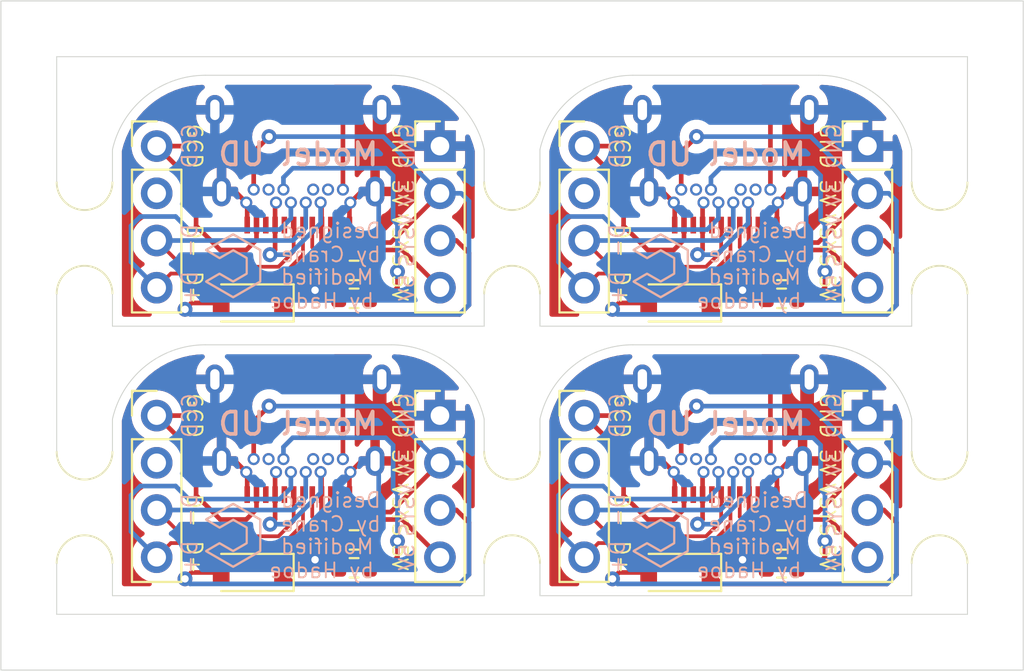
<source format=kicad_pcb>
(kicad_pcb (version 20211014) (generator pcbnew)
  (layers (0 "F.Cu" signal) (31 "B.Cu" signal) (34 "B.Paste" user) (35 "F.Paste" user) (36 "B.SilkS" user "B.Silkscreen") (37 "F.SilkS" user "F.Silkscreen") (38 "B.Mask" user) (39 "F.Mask" user) (44 "Edge.Cuts" user))
  (net 0 "")
  (net 1 "GND")
  (net 2 "3V3")
  (net 3 "VBUS")
  (net 4 "Net-(J1-PadA5)")
  (net 5 "D+")
  (net 6 "D-")
  (net 7 "Net-(J1-PadA8)")
  (net 8 "D3V")
  (net 9 "Net-(J1-PadB5)")
  (net 10 "Net-(J1-PadB8)")
  (net 11 "VSYS")
  (footprint "Resistor_SMD:R_0603_1608Metric" (layer "F.Cu") (at 76 69.75 180)
    (fp_text reference "RE" hide)
    (fp_text value "5.1k" hide)
  )
  (footprint "Diode_SMD:D_SOD-123" (layer "F.Cu") (at 70.5 70 180)
    (fp_text reference "D1" hide)
    (fp_text value "MBR120" hide)
  )
  (footprint "Panelization:mouse-bite-3mm-slot" (layer "F.Cu") (at 61.5 52 -90)
    (fp_text reference "mouse-bite-3mm-slot" hide)
    (fp_text value "VAL**" hide)
  )
  (footprint "Panelization:mouse-bite-3mm-slot-1-sided" (layer "F.Cu") (at 84.5 52 -90)
    (fp_text reference "mouse-bite-3mm-slot" hide)
    (fp_text value "VAL**" hide)
  )
  (footprint "Model_S:Shou Han Type-C 24P QCHT" (layer "F.Cu") (at 73 43.25 180)
    (fp_text reference "J1" hide)
    (fp_text value "USB_C_Receptacle")
  )
  (footprint "Diode_SMD:D_SOD-123" (layer "F.Cu") (at 47.5 55.5 180)
    (fp_text reference "D1" hide)
    (fp_text value "MBR120" hide)
  )
  (footprint "Panelization:mouse-bite-3mm-slot" (layer "F.Cu") (at 61.5 66.5 -90)
    (fp_text reference "mouse-bite-3mm-slot" hide)
    (fp_text value "VAL**" hide)
  )
  (footprint "Resistor_SMD:R_0603_1608Metric" (layer "F.Cu") (at 76 68.25 180)
    (fp_text reference "R1" hide)
    (fp_text value "5.1k" hide)
  )
  (footprint "Diode_SMD:D_SOD-123" (layer "F.Cu") (at 47.5 70 180)
    (fp_text reference "D1" hide)
    (fp_text value "MBR120" hide)
  )
  (footprint "Model_S:PinHeader_1x04_P2.54mm_Vertical" (layer "F.Cu") (at 65.38 61.56)
    (fp_text reference "J2" hide)
    (fp_text value "Conn_01x04" hide)
  )
  (footprint "Resistor_SMD:R_0603_1608Metric" (layer "F.Cu") (at 76 55.25 180)
    (fp_text reference "RE" hide)
    (fp_text value "5.1k" hide)
  )
  (footprint "Model_S:PinHeader_1x04_P2.54mm_Vertical" (layer "F.Cu") (at 65.38 47.06)
    (fp_text reference "J2" hide)
    (fp_text value "Conn_01x04" hide)
  )
  (footprint "Model_S:PinHeader_1x04_P2.54mm_Vertical" (layer "F.Cu") (at 57.62 61.56)
    (fp_text reference "J3" hide)
    (fp_text value "Conn_01x04" hide)
  )
  (footprint "Diode_SMD:D_SOD-123" (layer "F.Cu") (at 70.5 55.5 180)
    (fp_text reference "D1" hide)
    (fp_text value "MBR120" hide)
  )
  (footprint "Model_S:PinHeader_1x04_P2.54mm_Vertical" (layer "F.Cu") (at 80.62 47.06)
    (fp_text reference "J3" hide)
    (fp_text value "Conn_01x04" hide)
  )
  (footprint "Model_S:Shou Han Type-C 24P QCHT" (layer "F.Cu") (at 73 57.75 180)
    (fp_text reference "J1" hide)
    (fp_text value "USB_C_Receptacle")
  )
  (footprint "Model_S:PinHeader_1x04_P2.54mm_Vertical" (layer "F.Cu") (at 42.38 47.06)
    (fp_text reference "J2" hide)
    (fp_text value "Conn_01x04" hide)
  )
  (footprint "Model_S:Shou Han Type-C 24P QCHT" (layer "F.Cu") (at 50 43.25 180)
    (fp_text reference "J1" hide)
    (fp_text value "USB_C_Receptacle")
  )
  (footprint "Model_S:PinHeader_1x04_P2.54mm_Vertical" (layer "F.Cu") (at 42.38 61.56)
    (fp_text reference "J2" hide)
    (fp_text value "Conn_01x04" hide)
  )
  (footprint "Resistor_SMD:R_0603_1608Metric" (layer "F.Cu") (at 53 68.25 180)
    (fp_text reference "R1" hide)
    (fp_text value "5.1k" hide)
  )
  (footprint "Resistor_SMD:R_0603_1608Metric" (layer "F.Cu") (at 53 55.25 180)
    (fp_text reference "RE" hide)
    (fp_text value "5.1k" hide)
  )
  (footprint "Model_S:PinHeader_1x04_P2.54mm_Vertical" (layer "F.Cu") (at 80.62 61.56)
    (fp_text reference "J3" hide)
    (fp_text value "Conn_01x04" hide)
  )
  (footprint "Model_S:Shou Han Type-C 24P QCHT" (layer "F.Cu") (at 50 57.75 180)
    (fp_text reference "J1" hide)
    (fp_text value "USB_C_Receptacle")
  )
  (footprint "Panelization:mouse-bite-3mm-slot-1-sided" (layer "F.Cu") (at 38.5 52 90)
    (fp_text reference "mouse-bite-3mm-slot" hide)
    (fp_text value "VAL**" hide)
  )
  (footprint "Resistor_SMD:R_0603_1608Metric" (layer "F.Cu") (at 53 69.75 180)
    (fp_text reference "RE" hide)
    (fp_text value "5.1k" hide)
  )
  (footprint "Resistor_SMD:R_0603_1608Metric" (layer "F.Cu") (at 76 53.75 180)
    (fp_text reference "R1" hide)
    (fp_text value "5.1k" hide)
  )
  (footprint "Panelization:mouse-bite-3mm-slot-1-sided" (layer "F.Cu") (at 38.5 66.5 90)
    (fp_text reference "mouse-bite-3mm-slot" hide)
    (fp_text value "VAL**" hide)
  )
  (footprint "Panelization:mouse-bite-3mm-slot-1-sided" (layer "F.Cu") (at 84.5 66.5 -90)
    (fp_text reference "mouse-bite-3mm-slot" hide)
    (fp_text value "VAL**" hide)
  )
  (footprint "Resistor_SMD:R_0603_1608Metric" (layer "F.Cu") (at 53 53.75 180)
    (fp_text reference "R1" hide)
    (fp_text value "5.1k" hide)
  )
  (footprint "Model_S:PinHeader_1x04_P2.54mm_Vertical" (layer "F.Cu") (at 57.62 47.06)
    (fp_text reference "J3" hide)
    (fp_text value "Conn_01x04" hide)
  )
  (footprint "HTangl:Crane_C" (layer "B.Cu") (at 46.5 53.5 180)
    (fp_text reference "G***" hide)
    (fp_text value "LOGO" hide)
  )
  (footprint "HTangl:Crane_C" (layer "B.Cu") (at 46.5 68 180)
    (fp_text reference "G***" hide)
    (fp_text value "LOGO" hide)
  )
  (footprint "HTangl:Crane_C" (layer "B.Cu") (at 69.5 53.5 180)
    (fp_text reference "G***" hide)
    (fp_text value "LOGO" hide)
  )
  (footprint "HTangl:Crane_C" (layer "B.Cu") (at 69.5 68 180)
    (fp_text reference "G***" hide)
    (fp_text value "LOGO" hide)
  )
  (gr_arc (start 86 49) (mid 84.5 50.5) (end 83 49) (layer "Edge.Cuts") (width 0.05))
  (gr_line (start 37 55) (end 37 63.5) (layer "Edge.Cuts") (width 0.05))
  (gr_line (start 60 47.25) (end 60 49) (layer "Edge.Cuts") (width 0.05))
  (gr_line (start 45 57.75) (end 55 57.75) (layer "Edge.Cuts") (width 0.05))
  (gr_arc (start 40 47.25) (mid 41.79863 44.373288) (end 45 43.25) (layer "Edge.Cuts") (width 0.05))
  (gr_line (start 83 55) (end 83 56.75) (layer "Edge.Cuts") (width 0.05))
  (gr_arc (start 83 55) (mid 84.5 53.5) (end 86 55) (layer "Edge.Cuts") (width 0.05))
  (gr_line (start 60 71.25) (end 40 71.25) (layer "Edge.Cuts") (width 0.05))
  (gr_line (start 83 56.75) (end 63 56.75) (layer "Edge.Cuts") (width 0.05))
  (gr_arc (start 63 49) (mid 61.5 50.5) (end 60 49) (layer "Edge.Cuts") (width 0.05))
  (gr_line (start 60 56.75) (end 60 55) (layer "Edge.Cuts") (width 0.05))
  (gr_line (start 83 71.25) (end 63 71.25) (layer "Edge.Cuts") (width 0.05))
  (gr_line (start 40 55) (end 40 56.75) (layer "Edge.Cuts") (width 0.05))
  (gr_line (start 63 69.5) (end 63 71.25) (layer "Edge.Cuts") (width 0.05))
  (gr_line (start 60 63.5) (end 60 61.75) (layer "Edge.Cuts") (width 0.05))
  (gr_line (start 40 49) (end 40 47.25) (layer "Edge.Cuts") (width 0.05))
  (gr_arc (start 78 43.25) (mid 81.201369 44.373288) (end 83 47.25) (layer "Edge.Cuts") (width 0.05))
  (gr_arc (start 60 55) (mid 61.5 53.5) (end 63 55) (layer "Edge.Cuts") (width 0.05))
  (gr_line (start 86 42.25) (end 37 42.25) (layer "Edge.Cuts") (width 0.05))
  (gr_line (start 68 57.75) (end 78 57.75) (layer "Edge.Cuts") (width 0.05))
  (gr_arc (start 63 47.25) (mid 64.79863 44.373288) (end 68 43.25) (layer "Edge.Cuts") (width 0.05))
  (gr_line (start 63 55) (end 63 56.75) (layer "Edge.Cuts") (width 0.05))
  (gr_line (start 40 61.75) (end 40 63.5) (layer "Edge.Cuts") (width 0.05))
  (gr_arc (start 78 57.75) (mid 81.201369 58.873288) (end 83 61.75) (layer "Edge.Cuts") (width 0.05))
  (gr_arc (start 55 43.25) (mid 58.201369 44.373288) (end 60 47.25) (layer "Edge.Cuts") (width 0.05))
  (gr_line (start 63 61.75) (end 63 63.5) (layer "Edge.Cuts") (width 0.05))
  (gr_line (start 60 56.75) (end 40 56.75) (layer "Edge.Cuts") (width 0.05))
  (gr_line (start 37 69.5) (end 37 72.25) (layer "Edge.Cuts") (width 0.05))
  (gr_arc (start 63 61.75) (mid 64.79863 58.873288) (end 68 57.75) (layer "Edge.Cuts") (width 0.05))
  (gr_line (start 60 69.5) (end 60 71.25) (layer "Edge.Cuts") (width 0.05))
  (gr_line (start 86 49) (end 86 42.25) (layer "Edge.Cuts") (width 0.05))
  (gr_arc (start 37 69.5) (mid 38.5 68) (end 40 69.5) (layer "Edge.Cuts") (width 0.05))
  (gr_arc (start 40 61.75) (mid 41.79863 58.873288) (end 45 57.75) (layer "Edge.Cuts") (width 0.05))
  (gr_arc (start 37 55) (mid 38.5 53.5) (end 40 55) (layer "Edge.Cuts") (width 0.05))
  (gr_arc (start 63 63.5) (mid 61.5 65) (end 60 63.5) (layer "Edge.Cuts") (width 0.05))
  (gr_arc (start 40 63.5) (mid 38.5 65) (end 37 63.5) (layer "Edge.Cuts") (width 0.05))
  (gr_line (start 86 69.5) (end 86 72.25) (layer "Edge.Cuts") (width 0.05))
  (gr_line (start 37 42.25) (end 37 49) (layer "Edge.Cuts") (width 0.05))
  (gr_line (start 86 63.5) (end 86 55) (layer "Edge.Cuts") (width 0.05))
  (gr_line (start 63 47.25) (end 63 49) (layer "Edge.Cuts") (width 0.05))
  (gr_line (start 40 69.5) (end 40 71.25) (layer "Edge.Cuts") (width 0.05))
  (gr_line (start 83 63.5) (end 83 61.75) (layer "Edge.Cuts") (width 0.05))
  (gr_arc (start 60 69.5) (mid 61.5 68) (end 63 69.5) (layer "Edge.Cuts") (width 0.05))
  (gr_arc (start 55 57.75) (mid 58.201369 58.873288) (end 60 61.75) (layer "Edge.Cuts") (width 0.05))
  (gr_rect (start 34 39.25) (end 89 75.25) (layer "Edge.Cuts") (width 0.05) (fill none))
  (gr_arc (start 83 69.5) (mid 84.5 68) (end 86 69.5) (layer "Edge.Cuts") (width 0.05))
  (gr_line (start 83 69.5) (end 83 71.25) (layer "Edge.Cuts") (width 0.05))
  (gr_arc (start 40 49) (mid 38.5 50.5) (end 37 49) (layer "Edge.Cuts") (width 0.05))
  (gr_arc (start 86 63.5) (mid 84.5 65) (end 83 63.5) (layer "Edge.Cuts") (width 0.05))
  (gr_line (start 37 72.25) (end 86 72.25) (layer "Edge.Cuts") (width 0.05))
  (gr_line (start 83 49) (end 83 47.25) (layer "Edge.Cuts") (width 0.05))
  (gr_line (start 45 43.25) (end 55 43.25) (layer "Edge.Cuts") (width 0.05))
  (gr_line (start 68 43.25) (end 78 43.25) (layer "Edge.Cuts") (width 0.05))
  (gr_text "D-" (at 67.158 52.14 90) (layer "B.SilkS") (effects (font (size 0.8 0.8) (thickness 0.1)) (justify mirror)))
  (gr_text "VSYS\n" (at 78.842 52.14 90) (layer "B.SilkS") (effects (font (size 0.8 0.8) (thickness 0.1)) (justify mirror)))
  (gr_text "5V\n" (at 78.842 69.18 90) (layer "B.SilkS") (effects (font (size 0.8 0.8) (thickness 0.1)) (justify mirror)))
  (gr_text "5V\n" (at 55.842 54.68 90) (layer "B.SilkS") (effects (font (size 0.8 0.8) (thickness 0.1)) (justify mirror)))
  (gr_text "Model UD" (at 73 47.5) (layer "B.SilkS") (effects (font (size 1.2 1.2) (thickness 0.2)) (justify mirror)))
  (gr_text "VSYS\n" (at 55.842 52.14 90) (layer "B.SilkS") (effects (font (size 0.8 0.8) (thickness 0.1)) (justify mirror)))
  (gr_text "GND" (at 78.842 47.06 90) (layer "B.SilkS") (effects (font (size 0.8 0.8) (thickness 0.1)) (justify mirror)))
  (gr_text "Modified \nby Hadoe" (at 51.25 54.75) (layer "B.SilkS") (effects (font (size 0.8 0.8) (thickness 0.1)) (justify mirror)))
  (gr_text "Modified \nby Hadoe" (at 51.25 69.25) (layer "B.SilkS") (effects (font (size 0.8 0.8) (thickness 0.1)) (justify mirror)))
  (gr_text "3V" (at 78.842 49.6 90) (layer "B.SilkS") (effects (font (size 0.8 0.8) (thickness 0.1)) (justify mirror)))
  (gr_text "D+" (at 44.158 69.18 -270) (layer "B.SilkS") (effects (font (size 0.8 0.8) (thickness 0.1)) (justify mirror)))
  (gr_text "GND" (at 55.842 61.56 90) (layer "B.SilkS") (effects (font (size 0.8 0.8) (thickness 0.1)) (justify mirror)))
  (gr_text "5V\n" (at 55.842 69.18 90) (layer "B.SilkS") (effects (font (size 0.8 0.8) (thickness 0.1)) (justify mirror)))
  (gr_text "3V" (at 55.842 49.6 90) (layer "B.SilkS") (effects (font (size 0.8 0.8) (thickness 0.1)) (justify mirror)))
  (gr_text "GND" (at 55.842 47.06 90) (layer "B.SilkS") (effects (font (size 0.8 0.8) (thickness 0.1)) (justify mirror)))
  (gr_text "Modified \nby Hadoe" (at 74.25 54.75) (layer "B.SilkS") (effects (font (size 0.8 0.8) (thickness 0.1)) (justify mirror)))
  (gr_text "D+" (at 67.158 69.18 -270) (layer "B.SilkS") (effects (font (size 0.8 0.8) (thickness 0.1)) (justify mirror)))
  (gr_text "D-" (at 44.158 52.14 90) (layer "B.SilkS") (effects (font (size 0.8 0.8) (thickness 0.1)) (justify mirror)))
  (gr_text "Designed\nby Crane" (at 74.75 52.25) (layer "B.SilkS") (effects (font (size 0.8 0.8) (thickness 0.1)) (justify mirror)))
  (gr_text "Designed\nby Crane" (at 51.75 52.25) (layer "B.SilkS") (effects (font (size 0.8 0.8) (thickness 0.1)) (justify mirror)))
  (gr_text "Model UD" (at 73 62) (layer "B.SilkS") (effects (font (size 1.2 1.2) (thickness 0.2)) (justify mirror)))
  (gr_text "GCD" (at 44.158 47.06 90) (layer "B.SilkS") (effects (font (size 0.8 0.8) (thickness 0.1)) (justify mirror)))
  (gr_text "Designed\nby Crane" (at 74.75 66.75) (layer "B.SilkS") (effects (font (size 0.8 0.8) (thickness 0.1)) (justify mirror)))
  (gr_text "Model UD" (at 50 47.5) (layer "B.SilkS") (effects (font (size 1.2 1.2) (thickness 0.2)) (justify mirror)))
  (gr_text "D-" (at 44.158 66.64 90) (layer "B.SilkS") (effects (font (size 0.8 0.8) (thickness 0.1)) (justify mirror)))
  (gr_text "3V" (at 78.842 64.1 90) (layer "B.SilkS") (effects (font (size 0.8 0.8) (thickness 0.1)) (justify mirror)))
  (gr_text "Designed\nby Crane" (at 51.75 66.75) (layer "B.SilkS") (effects (font (size 0.8 0.8) (thickness 0.1)) (justify mirror)))
  (gr_text "D+" (at 44.158 54.68 -270) (layer "B.SilkS") (effects (font (size 0.8 0.8) (thickness 0.1)) (justify mirror)))
  (gr_text "D+" (at 67.158 54.68 -270) (layer "B.SilkS") (effects (font (size 0.8 0.8) (thickness 0.1)) (justify mirror)))
  (gr_text "GCD" (at 44.158 61.56 90) (layer "B.SilkS") (effects (font (size 0.8 0.8) (thickness 0.1)) (justify mirror)))
  (gr_text "5V\n" (at 78.842 54.68 90) (layer "B.SilkS") (effects (font (size 0.8 0.8) (thickness 0.1)) (justify mirror)))
  (gr_text "VSYS\n" (at 78.842 66.64 90) (layer "B.SilkS") (effects (font (size 0.8 0.8) (thickness 0.1)) (justify mirror)))
  (gr_text "GCD" (at 67.158 61.56 90) (layer "B.SilkS") (effects (font (size 0.8 0.8) (thickness 0.1)) (justify mirror)))
  (gr_text "GND" (at 78.842 61.56 90) (layer "B.SilkS") (effects (font (size 0.8 0.8) (thickness 0.1)) (justify mirror)))
  (gr_text "Modified \nby Hadoe" (at 74.25 69.25) (layer "B.SilkS") (effects (font (size 0.8 0.8) (thickness 0.1)) (justify mirror)))
  (gr_text "VSYS\n" (at 55.842 66.64 90) (layer "B.SilkS") (effects (font (size 0.8 0.8) (thickness 0.1)) (justify mirror)))
  (gr_text "Model UD" (at 50 62) (layer "B.SilkS") (effects (font (size 1.2 1.2) (thickness 0.2)) (justify mirror)))
  (gr_text "D-" (at 67.158 66.64 90) (layer "B.SilkS") (effects (font (size 0.8 0.8) (thickness 0.1)) (justify mirror)))
  (gr_text "3V" (at 55.842 64.1 90) (layer "B.SilkS") (effects (font (size 0.8 0.8) (thickness 0.1)) (justify mirror)))
  (gr_text "GCD" (at 67.158 47.06 90) (layer "B.SilkS") (effects (font (size 0.8 0.8) (thickness 0.1)) (justify mirror)))
  (gr_text "VSYS\n" (at 78.461 66.64 -90) (layer "F.SilkS") (effects (font (size 0.8 0.8) (thickness 0.1))))
  (gr_text "5V\n" (at 55.461 69.18 -90) (layer "F.SilkS") (effects (font (size 0.8 0.8) (thickness 0.1))))
  (gr_text "GCD" (at 67.412 47.06 270) (layer "F.SilkS") (effects (font (size 0.8 0.8) (thickness 0.1))))
  (gr_text "D-" (at 67.412 66.67 270) (layer "F.SilkS") (effects (font (size 0.8 0.8) (thickness 0.1))))
  (gr_text "D-" (at 67.412 52.17 270) (layer "F.SilkS") (effects (font (size 0.8 0.8) (thickness 0.1))))
  (gr_text "3V" (at 55.461 64.1 -90) (layer "F.SilkS") (effects (font (size 0.8 0.8) (thickness 0.1))))
  (gr_text "GND" (at 55.461 61.56 -90) (layer "F.SilkS") (effects (font (size 0.8 0.8) (thickness 0.1))))
  (gr_text "D+" (at 44.412 69.18 270) (layer "F.SilkS") (effects (font (size 0.8 0.8) (thickness 0.1))))
  (gr_text "VSYS\n" (at 55.461 52.14 -90) (layer "F.SilkS") (effects (font (size 0.8 0.8) (thickness 0.1))))
  (gr_text "D+" (at 67.412 69.18 270) (layer "F.SilkS") (effects (font (size 0.8 0.8) (thickness 0.1))))
  (gr_text "D+" (at 44.412 54.68 270) (layer "F.SilkS") (effects (font (size 0.8 0.8) (thickness 0.1))))
  (gr_text "GND" (at 55.461 47.06 -90) (layer "F.SilkS") (effects (font (size 0.8 0.8) (thickness 0.1))))
  (gr_text "VSYS\n" (at 78.461 52.14 -90) (layer "F.SilkS") (effects (font (size 0.8 0.8) (thickness 0.1))))
  (gr_text "3V" (at 78.461 49.6 -90) (layer "F.SilkS") (effects (font (size 0.8 0.8) (thickness 0.1))))
  (gr_text "D-" (at 44.412 52.17 270) (layer "F.SilkS") (effects (font (size 0.8 0.8) (thickness 0.1))))
  (gr_text "5V\n" (at 78.461 54.68 -90) (layer "F.SilkS") (effects (font (size 0.8 0.8) (thickness 0.1))))
  (gr_text "5V\n" (at 55.461 54.68 -90) (layer "F.SilkS") (effects (font (size 0.8 0.8) (thickness 0.1))))
  (gr_text "VSYS\n" (at 55.461 66.64 -90) (layer "F.SilkS") (effects (font (size 0.8 0.8) (thickness 0.1))))
  (gr_text "GND" (at 78.461 61.56 -90) (layer "F.SilkS") (effects (font (size 0.8 0.8) (thickness 0.1))))
  (gr_text "GCD" (at 44.412 61.56 270) (layer "F.SilkS") (effects (font (size 0.8 0.8) (thickness 0.1))))
  (gr_text "5V\n" (at 78.461 69.18 -90) (layer "F.SilkS") (effects (font (size 0.8 0.8) (thickness 0.1))))
  (gr_text "D-" (at 44.412 66.67 270) (layer "F.SilkS") (effects (font (size 0.8 0.8) (thickness 0.1))))
  (gr_text "3V" (at 78.461 64.1 -90) (layer "F.SilkS") (effects (font (size 0.8 0.8) (thickness 0.1))))
  (gr_text "3V" (at 55.461 49.6 -90) (layer "F.SilkS") (effects (font (size 0.8 0.8) (thickness 0.1))))
  (gr_text "GCD" (at 67.412 61.56 270) (layer "F.SilkS") (effects (font (size 0.8 0.8) (thickness 0.1))))
  (gr_text "GCD" (at 44.412 47.06 270) (layer "F.SilkS") (effects (font (size 0.8 0.8) (thickness 0.1))))
  (gr_text "GND" (at 78.461 47.06 -90) (layer "F.SilkS") (effects (font (size 0.8 0.8) (thickness 0.1))))
  (gr_text "D+" (at 67.412 54.68 270) (layer "F.SilkS") (effects (font (size 0.8 0.8) (thickness 0.1))))
  (segment (start 75.325 69.75) (end 76.825 68.25) (width 0.25) (layer "F.Cu") (net 1))
  (segment (start 76.4 49.5) (end 75.8 50.1) (width 0.25) (layer "F.Cu") (net 1))
  (segment (start 68.87 64) (end 69.6 64) (width 0.25) (layer "F.Cu") (net 1))
  (segment (start 75.175 55.25) (end 74.336 55.25) (width 0.25) (layer "F.Cu") (net 1))
  (segment (start 54.13 49.5) (end 53.4 49.5) (width 0.25) (layer "F.Cu") (net 1))
  (segment (start 54.13 45.47) (end 54.49 45.11) (width 0.25) (layer "F.Cu") (net 1))
  (segment (start 52.75 65.81) (end 52.75 64.65) (width 0.25) (layer "F.Cu") (net 1))
  (segment (start 75.175 69.75) (end 75.325 69.75) (width 0.25) (layer "F.Cu") (net 1))
  (segment (start 75.75 50.15) (end 75.8 50.1) (width 0.25) (layer "F.Cu") (net 1))
  (segment (start 47.25 64.65) (end 47.2 64.6) (width 0.25) (layer "F.Cu") (net 1))
  (segment (start 70.25 50.15) (end 70.2 50.1) (width 0.25) (layer "F.Cu") (net 1))
  (segment (start 69.6 64) (end 70.2 64.6) (width 0.25) (layer "F.Cu") (net 1))
  (segment (start 70.25 51.31) (end 70.25 50.15) (width 0.25) (layer "F.Cu") (net 1))
  (segment (start 52.175 69.75) (end 51.336 69.75) (width 0.25) (layer "F.Cu") (net 1))
  (segment (start 77.13 64) (end 77.13 59.97) (width 0.25) (layer "F.Cu") (net 1))
  (segment (start 54.13 49.5) (end 54.13 45.47) (width 0.25) (layer "F.Cu") (net 1))
  (segment (start 51.336 55.25) (end 50.9 54.814) (width 0.25) (layer "F.Cu") (net 1))
  (segment (start 74.336 69.75) (end 73.9 69.314) (width 0.25) (layer "F.Cu") (net 1))
  (segment (start 46.6 49.5) (end 47.2 50.1) (width 0.25) (layer "F.Cu") (net 1))
  (segment (start 75.75 64.65) (end 75.8 64.6) (width 0.25) (layer "F.Cu") (net 1))
  (segment (start 52.175 55.25) (end 51.336 55.25) (width 0.25) (layer "F.Cu") (net 1))
  (segment (start 46.6 64) (end 47.2 64.6) (width 0.25) (layer "F.Cu") (net 1))
  (segment (start 75.75 51.31) (end 75.75 50.15) (width 0.25) (layer "F.Cu") (net 1))
  (segment (start 52.175 69.75) (end 52.325 69.75) (width 0.25) (layer "F.Cu") (net 1))
  (segment (start 52.325 55.25) (end 53.825 53.75) (width 0.25) (layer "F.Cu") (net 1))
  (segment (start 75.175 69.75) (end 74.336 69.75) (width 0.25) (layer "F.Cu") (net 1))
  (segment (start 75.325 55.25) (end 76.825 53.75) (width 0.25) (layer "F.Cu") (net 1))
  (segment (start 52.175 55.25) (end 52.325 55.25) (width 0.25) (layer "F.Cu") (net 1))
  (segment (start 47.25 51.31) (end 47.25 50.15) (width 0.25) (layer "F.Cu") (net 1))
  (segment (start 77.13 45.47) (end 77.49 45.11) (width 0.25) (layer "F.Cu") (net 1))
  (segment (start 51.336 69.75) (end 50.9 69.314) (width 0.25) (layer "F.Cu") (net 1))
  (segment (start 47.25 50.15) (end 47.2 50.1) (width 0.25) (layer "F.Cu") (net 1))
  (segment (start 53.4 64) (end 52.8 64.6) (width 0.25) (layer "F.Cu") (net 1))
  (segment (start 53.4 49.5) (end 52.8 50.1) (width 0.25) (layer "F.Cu") (net 1))
  (segment (start 52.325 69.75) (end 53.825 68.25) (width 0.25) (layer "F.Cu") (net 1))
  (segment (start 52.75 50.15) (end 52.8 50.1) (width 0.25) (layer "F.Cu") (net 1))
  (segment (start 54.13 64) (end 53.4 64) (width 0.25) (layer "F.Cu") (net 1))
  (segment (start 77.13 64) (end 76.4 64) (width 0.25) (layer "F.Cu") (net 1))
  (segment (start 75.175 55.25) (end 75.325 55.25) (width 0.25) (layer "F.Cu") (net 1))
  (segment (start 76.4 64) (end 75.8 64.6) (width 0.25) (layer "F.Cu") (net 1))
  (segment (start 52.75 51.31) (end 52.75 50.15) (width 0.25) (layer "F.Cu") (net 1))
  (segment (start 68.87 49.5) (end 69.6 49.5) (width 0.25) (layer "F.Cu") (net 1))
  (segment (start 74.336 55.25) (end 73.9 54.814) (width 0.25) (layer "F.Cu") (net 1))
  (segment (start 70.25 65.81) (end 70.25 64.65) (width 0.25) (layer "F.Cu") (net 1))
  (segment (start 45.87 64) (end 46.6 64) (width 0.25) (layer "F.Cu") (net 1))
  (segment (start 45.87 49.5) (end 46.6 49.5) (width 0.25) (layer "F.Cu") (net 1))
  (segment (start 54.13 64) (end 54.13 59.97) (width 0.25) (layer "F.Cu") (net 1))
  (segment (start 70.25 64.65) (end 70.2 64.6) (width 0.25) (layer "F.Cu") (net 1))
  (segment (start 52.75 64.65) (end 52.8 64.6) (width 0.25) (layer "F.Cu") (net 1))
  (segment (start 47.25 65.81) (end 47.25 64.65) (width 0.25) (layer "F.Cu") (net 1))
  (segment (start 77.13 49.5) (end 77.13 45.47) (width 0.25) (layer "F.Cu") (net 1))
  (segment (start 77.13 59.97) (end 77.49 59.61) (width 0.25) (layer "F.Cu") (net 1))
  (segment (start 77.13 49.5) (end 76.4 49.5) (width 0.25) (layer "F.Cu") (net 1))
  (segment (start 75.75 65.81) (end 75.75 64.65) (width 0.25) (layer "F.Cu") (net 1))
  (segment (start 69.6 49.5) (end 70.2 50.1) (width 0.25) (layer "F.Cu") (net 1))
  (segment (start 54.13 59.97) (end 54.49 59.61) (width 0.25) (layer "F.Cu") (net 1))
  (via (at 50.9 54.814) (size 0.8) (drill 0.4) (layers "F.Cu" "B.Cu") (net 1))
  (via (at 73.9 54.814) (size 0.8) (drill 0.4) (layers "F.Cu" "B.Cu") (net 1))
  (via (at 73.9 69.314) (size 0.8) (drill 0.4) (layers "F.Cu" "B.Cu") (net 1))
  (via (at 50.9 69.314) (size 0.8) (drill 0.4) (layers "F.Cu" "B.Cu") (net 1))
  (segment (start 45.87 61.32) (end 45.87 64) (width 0.25) (layer "B.Cu") (net 1))
  (segment (start 75.66 69.314) (end 77.324521 67.649479) (width 0.25) (layer "B.Cu") (net 1))
  (segment (start 77.324521 67.649479) (end 77.324521 64.194521) (width 0.25) (layer "B.Cu") (net 1))
  (segment (start 68.51 59.61) (end 68.51 60.96) (width 0.25) (layer "B.Cu") (net 1))
  (segment (start 73.9 54.814) (end 75.66 54.814) (width 0.25) (layer "B.Cu") (net 1))
  (segment (start 54.324521 53.149479) (end 54.324521 49.694521) (width 0.25) (layer "B.Cu") (net 1))
  (segment (start 68.51 60.96) (end 68.87 61.32) (width 0.25) (layer "B.Cu") (net 1))
  (segment (start 73.9 69.314) (end 75.66 69.314) (width 0.25) (layer "B.Cu") (net 1))
  (segment (start 77.324521 49.694521) (end 77.13 49.5) (width 0.25) (layer "B.Cu") (net 1))
  (segment (start 54.324521 49.694521) (end 54.13 49.5) (width 0.25) (layer "B.Cu") (net 1))
  (segment (start 45.51 59.61) (end 45.51 60.96) (width 0.25) (layer "B.Cu") (net 1))
  (segment (start 77.324521 64.194521) (end 77.13 64) (width 0.25) (layer "B.Cu") (net 1))
  (segment (start 54.324521 67.649479) (end 54.324521 64.194521) (width 0.25) (layer "B.Cu") (net 1))
  (segment (start 45.51 46.46) (end 45.87 46.82) (width 0.25) (layer "B.Cu") (net 1))
  (segment (start 45.87 46.82) (end 45.87 49.5) (width 0.25) (layer "B.Cu") (net 1))
  (segment (start 50.9 54.814) (end 52.66 54.814) (width 0.25) (layer "B.Cu") (net 1))
  (segment (start 77.324521 53.149479) (end 77.324521 49.694521) (width 0.25) (layer "B.Cu") (net 1))
  (segment (start 45.51 60.96) (end 45.87 61.32) (width 0.25) (layer "B.Cu") (net 1))
  (segment (start 52.66 54.814) (end 54.324521 53.149479) (width 0.25) (layer "B.Cu") (net 1))
  (segment (start 50.9 69.314) (end 52.66 69.314) (width 0.25) (layer "B.Cu") (net 1))
  (segment (start 68.51 45.11) (end 68.51 46.46) (width 0.25) (layer "B.Cu") (net 1))
  (segment (start 45.51 45.11) (end 45.51 46.46) (width 0.25) (layer "B.Cu") (net 1))
  (segment (start 54.324521 64.194521) (end 54.13 64) (width 0.25) (layer "B.Cu") (net 1))
  (segment (start 68.51 46.46) (end 68.87 46.82) (width 0.25) (layer "B.Cu") (net 1))
  (segment (start 68.87 61.32) (end 68.87 64) (width 0.25) (layer "B.Cu") (net 1))
  (segment (start 75.66 54.814) (end 77.324521 53.149479) (width 0.25) (layer "B.Cu") (net 1))
  (segment (start 68.87 46.82) (end 68.87 49.5) (width 0.25) (layer "B.Cu") (net 1))
  (segment (start 52.66 69.314) (end 54.324521 67.649479) (width 0.25) (layer "B.Cu") (net 1))
  (segment (start 57.62 49.6) (end 54.97 52.25) (width 0.25) (layer "F.Cu") (net 2))
  (segment (start 80.62 49.6) (end 77.97 52.25) (width 0.25) (layer "F.Cu") (net 2))
  (segment (start 57.62 64.1) (end 54.97 66.75) (width 0.25) (layer "F.Cu") (net 2))
  (segment (start 44.246 70) (end 43.904 70.342) (width 0.25) (layer "F.Cu") (net 2))
  (segment (start 75.25 66.5) (end 75.25 65.81) (width 0.25) (layer "F.Cu") (net 2))
  (segment (start 54.97 66.75) (end 52.5 66.75) (width 0.25) (layer "F.Cu") (net 2))
  (segment (start 52.5 66.75) (end 52.25 66.5) (width 0.25) (layer "F.Cu") (net 2))
  (segment (start 70.6 49.4) (end 70.6 47.375782) (width 0.25) (layer "F.Cu") (net 2))
  (segment (start 75.25 52) (end 75.25 51.31) (width 0.25) (layer "F.Cu") (net 2))
  (segment (start 52.25 66.5) (end 52.25 65.81) (width 0.25) (layer "F.Cu") (net 2))
  (segment (start 67.246 70) (end 66.904 70.342) (width 0.25) (layer "F.Cu") (net 2))
  (segment (start 44.246 55.5) (end 43.904 55.842) (width 0.25) (layer "F.Cu") (net 2))
  (segment (start 68.85 70) (end 67.246 70) (width 0.25) (layer "F.Cu") (net 2))
  (segment (start 47.6 63.9) (end 47.6 61.875782) (width 0.25) (layer "F.Cu") (net 2))
  (segment (start 80.62 64.1) (end 77.97 66.75) (width 0.25) (layer "F.Cu") (net 2))
  (segment (start 54.97 52.25) (end 52.5 52.25) (width 0.25) (layer "F.Cu") (net 2))
  (segment (start 77.97 66.75) (end 75.5 66.75) (width 0.25) (layer "F.Cu") (net 2))
  (segment (start 45.85 55.5) (end 44.246 55.5) (width 0.25) (layer "F.Cu") (net 2))
  (segment (start 45.85 70) (end 44.246 70) (width 0.25) (layer "F.Cu") (net 2))
  (segment (start 77.97 52.25) (end 75.5 52.25) (width 0.25) (layer "F.Cu") (net 2))
  (segment (start 52.25 52) (end 52.25 51.31) (width 0.25) (layer "F.Cu") (net 2))
  (segment (start 70.6 63.9) (end 70.6 61.875782) (width 0.25) (layer "F.Cu") (net 2))
  (segment (start 70.6 47.375782) (end 71.425782 46.55) (width 0.25) (layer "F.Cu") (net 2))
  (segment (start 68.85 55.5) (end 67.246 55.5) (width 0.25) (layer "F.Cu") (net 2))
  (segment (start 47.6 61.875782) (end 48.425782 61.05) (width 0.25) (layer "F.Cu") (net 2))
  (segment (start 75.5 66.75) (end 75.25 66.5) (width 0.25) (layer "F.Cu") (net 2))
  (segment (start 70.6 61.875782) (end 71.425782 61.05) (width 0.25) (layer "F.Cu") (net 2))
  (segment (start 47.6 49.4) (end 47.6 47.375782) (width 0.25) (layer "F.Cu") (net 2))
  (segment (start 75.5 52.25) (end 75.25 52) (width 0.25) (layer "F.Cu") (net 2))
  (segment (start 52.5 52.25) (end 52.25 52) (width 0.25) (layer "F.Cu") (net 2))
  (segment (start 47.6 47.375782) (end 48.425782 46.55) (width 0.25) (layer "F.Cu") (net 2))
  (segment (start 67.246 55.5) (end 66.904 55.842) (width 0.25) (layer "F.Cu") (net 2))
  (via (at 43.904 55.842) (size 0.8) (drill 0.4) (layers "F.Cu" "B.Cu") (net 2))
  (via (at 48.425782 61.05) (size 0.8) (drill 0.4) (layers "F.Cu" "B.Cu") (net 2))
  (via (at 71.425782 46.55) (size 0.8) (drill 0.4) (layers "F.Cu" "B.Cu") (net 2))
  (via (at 66.904 70.342) (size 0.8) (drill 0.4) (layers "F.Cu" "B.Cu") (net 2))
  (via (at 71.425782 61.05) (size 0.8) (drill 0.4) (layers "F.Cu" "B.Cu") (net 2))
  (via (at 43.904 70.342) (size 0.8) (drill 0.4) (layers "F.Cu" "B.Cu") (net 2))
  (via (at 48.425782 46.55) (size 0.8) (drill 0.4) (layers "F.Cu" "B.Cu") (net 2))
  (via (at 66.904 55.842) (size 0.8) (drill 0.4) (layers "F.Cu" "B.Cu") (net 2))
  (segment (start 54.57 46.55) (end 48.425782 46.55) (width 0.25) (layer "B.Cu") (net 2))
  (segment (start 77.57 46.55) (end 71.425782 46.55) (width 0.25) (layer "B.Cu") (net 2))
  (segment (start 44.177 56.115) (end 58.674 56.115) (width 0.25) (layer "B.Cu") (net 2))
  (segment (start 58.763 64.1) (end 57.62 64.1) (width 0.25) (layer "B.Cu") (net 2))
  (segment (start 57.62 49.6) (end 54.57 46.55) (width 0.25) (layer "B.Cu") (net 2))
  (segment (start 59.182 64.519) (end 58.763 64.1) (width 0.25) (layer "B.Cu") (net 2))
  (segment (start 58.763 49.6) (end 57.62 49.6) (width 0.25) (layer "B.Cu") (net 2))
  (segment (start 54.57 61.05) (end 48.425782 61.05) (width 0.25) (layer "B.Cu") (net 2))
  (segment (start 81.674 70.615) (end 82.182 70.107) (width 0.25) (layer "B.Cu") (net 2))
  (segment (start 59.182 50.019) (end 58.763 49.6) (width 0.25) (layer "B.Cu") (net 2))
  (segment (start 80.62 64.1) (end 77.57 61.05) (width 0.25) (layer "B.Cu") (net 2))
  (segment (start 66.904 55.842) (end 67.177 56.115) (width 0.25) (layer "B.Cu") (net 2))
  (segment (start 81.763 49.6) (end 80.62 49.6) (width 0.25) (layer "B.Cu") (net 2))
  (segment (start 59.182 70.107) (end 59.182 64.519) (width 0.25) (layer "B.Cu") (net 2))
  (segment (start 82.182 70.107) (end 82.182 64.519) (width 0.25) (layer "B.Cu") (net 2))
  (segment (start 43.904 55.842) (end 44.177 56.115) (width 0.25) (layer "B.Cu") (net 2))
  (segment (start 82.182 55.607) (end 82.182 50.019) (width 0.25) (layer "B.Cu") (net 2))
  (segment (start 82.182 50.019) (end 81.763 49.6) (width 0.25) (layer "B.Cu") (net 2))
  (segment (start 77.57 61.05) (end 71.425782 61.05) (width 0.25) (layer "B.Cu") (net 2))
  (segment (start 58.674 70.615) (end 59.182 70.107) (width 0.25) (layer "B.Cu") (net 2))
  (segment (start 81.674 56.115) (end 82.182 55.607) (width 0.25) (layer "B.Cu") (net 2))
  (segment (start 67.177 56.115) (end 81.674 56.115) (width 0.25) (layer "B.Cu") (net 2))
  (segment (start 67.177 70.615) (end 81.674 70.615) (width 0.25) (layer "B.Cu") (net 2))
  (segment (start 80.62 49.6) (end 77.57 46.55) (width 0.25) (layer "B.Cu") (net 2))
  (segment (start 57.62 64.1) (end 54.57 61.05) (width 0.25) (layer "B.Cu") (net 2))
  (segment (start 66.904 70.342) (end 67.177 70.615) (width 0.25) (layer "B.Cu") (net 2))
  (segment (start 44.177 70.615) (end 58.674 70.615) (width 0.25) (layer "B.Cu") (net 2))
  (segment (start 58.674 56.115) (end 59.182 55.607) (width 0.25) (layer "B.Cu") (net 2))
  (segment (start 59.182 55.607) (end 59.182 50.019) (width 0.25) (layer "B.Cu") (net 2))
  (segment (start 81.763 64.1) (end 80.62 64.1) (width 0.25) (layer "B.Cu") (net 2))
  (segment (start 43.904 70.342) (end 44.177 70.615) (width 0.25) (layer "B.Cu") (net 2))
  (segment (start 82.182 64.519) (end 81.763 64.1) (width 0.25) (layer "B.Cu") (net 2))
  (segment (start 55.58952 67.14952) (end 57.62 69.18) (width 0.25) (layer "F.Cu") (net 3))
  (segment (start 48.75 52.634) (end 48.482 52.902) (width 0.25) (layer "F.Cu") (net 3))
  (segment (start 74.25 66.874) (end 74.52552 67.14952) (width 0.25) (layer "F.Cu") (net 3))
  (segment (start 71.75 50.15) (end 71.8 50.1) (width 0.25) (layer "F.Cu") (net 3))
  (segment (start 48.75 65.81) (end 48.75 64.65) (width 0.25) (layer "F.Cu") (net 3))
  (segment (start 74.25 52.374) (end 74.52552 52.64952) (width 0.25) (layer "F.Cu") (net 3))
  (segment (start 74.52552 67.14952) (end 78.58952 67.14952) (width 0.25) (layer "F.Cu") (net 3))
  (segment (start 51.25 65.81) (end 51.25 66.874) (width 0.25) (layer "F.Cu") (net 3))
  (segment (start 48.75 65.81) (end 48.75 67.134) (width 0.25) (layer "F.Cu") (net 3))
  (segment (start 48.75 51.31) (end 48.75 52.634) (width 0.25) (layer "F.Cu") (net 3))
  (segment (start 71.75 51.31) (end 71.75 52.634) (width 0.25) (layer "F.Cu") (net 3))
  (segment (start 78.58952 52.64952) (end 80.62 54.68) (width 0.25) (layer "F.Cu") (net 3))
  (segment (start 55.58952 52.64952) (end 57.62 54.68) (width 0.25) (layer "F.Cu") (net 3))
  (segment (start 48.75 50.15) (end 48.8 50.1) (width 0.25) (layer "F.Cu") (net 3))
  (segment (start 51.25 51.31) (end 51.25 50.15) (width 0.25) (layer "F.Cu") (net 3))
  (segment (start 48.75 51.31) (end 48.75 50.15) (width 0.25) (layer "F.Cu") (net 3))
  (segment (start 51.25 66.874) (end 51.52552 67.14952) (width 0.25) (layer "F.Cu") (net 3))
  (segment (start 71.75 51.31) (end 71.75 50.15) (width 0.25) (layer "F.Cu") (net 3))
  (segment (start 71.75 67.134) (end 71.482 67.402) (width 0.25) (layer "F.Cu") (net 3))
  (segment (start 74.25 50.15) (end 74.2 50.1) (width 0.25) (layer "F.Cu") (net 3))
  (segment (start 51.25 50.15) (end 51.2 50.1) (width 0.25) (layer "F.Cu") (net 3))
  (segment (start 51.52552 52.64952) (end 55.58952 52.64952) (width 0.25) (layer "F.Cu") (net 3))
  (segment (start 74.25 51.31) (end 74.25 50.15) (width 0.25) (layer "F.Cu") (net 3))
  (segment (start 74.52552 52.64952) (end 78.58952 52.64952) (width 0.25) (layer "F.Cu") (net 3))
  (segment (start 51.25 52.374) (end 51.52552 52.64952) (width 0.25) (layer "F.Cu") (net 3))
  (segment (start 74.25 65.81) (end 74.25 64.65) (width 0.25) (layer "F.Cu") (net 3))
  (segment (start 71.75 52.634) (end 71.482 52.902) (width 0.25) (layer "F.Cu") (net 3))
  (segment (start 71.75 64.65) (end 71.8 64.6) (width 0.25) (layer "F.Cu") (net 3))
  (segment (start 48.75 67.134) (end 48.482 67.402) (width 0.25) (layer "F.Cu") (net 3))
  (segment (start 51.25 65.81) (end 51.25 64.65) (width 0.25) (layer "F.Cu") (net 3))
  (segment (start 51.52552 67.14952) (end 55.58952 67.14952) (width 0.25) (layer "F.Cu") (net 3))
  (segment (start 74.25 64.65) (end 74.2 64.6) (width 0.25) (layer "F.Cu") (net 3))
  (segment (start 71.75 65.81) (end 71.75 67.134) (width 0.25) (layer "F.Cu") (net 3))
  (segment (start 78.58952 67.14952) (end 80.62 69.18) (width 0.25) (layer "F.Cu") (net 3))
  (segment (start 51.25 64.65) (end 51.2 64.6) (width 0.25) (layer "F.Cu") (net 3))
  (segment (start 48.75 64.65) (end 48.8 64.6) (width 0.25) (layer "F.Cu") (net 3))
  (segment (start 71.75 65.81) (end 71.75 64.65) (width 0.25) (layer "F.Cu") (net 3))
  (segment (start 74.25 65.81) (end 74.25 66.874) (width 0.25) (layer "F.Cu") (net 3))
  (segment (start 51.25 51.31) (end 51.25 52.374) (width 0.25) (layer "F.Cu") (net 3))
  (segment (start 74.25 51.31) (end 74.25 52.374) (width 0.25) (layer "F.Cu") (net 3))
  (via (at 48.482 52.902) (size 0.8) (drill 0.4) (layers "F.Cu" "B.Cu") (net 3))
  (via (at 71.482 67.402) (size 0.8) (drill 0.4) (layers "F.Cu" "B.Cu") (net 3))
  (via (at 71.482 52.902) (size 0.8) (drill 0.4) (layers "F.Cu" "B.Cu") (net 3))
  (via (at 48.482 67.402) (size 0.8) (drill 0.4) (layers "F.Cu" "B.Cu") (net 3))
  (segment (start 72.513006 67.402) (end 74.2 65.715006) (width 0.25) (layer "B.Cu") (net 3))
  (segment (start 72.513006 52.902) (end 74.2 51.215006) (width 0.25) (layer "B.Cu") (net 3))
  (segment (start 48.482 52.902) (end 49.513006 52.902) (width 0.25) (layer "B.Cu") (net 3))
  (segment (start 71.482 52.902) (end 72.513006 52.902) (width 0.25) (layer "B.Cu") (net 3))
  (segment (start 48.482 67.402) (end 49.513006 67.402) (width 0.25) (layer "B.Cu") (net 3))
  (segment (start 49.513006 52.902) (end 51.2 51.215006) (width 0.25) (layer "B.Cu") (net 3))
  (segment (start 51.2 65.715006) (end 51.2 64.6) (width 0.25) (layer "B.Cu") (net 3))
  (segment (start 71.482 67.402) (end 72.513006 67.402) (width 0.25) (layer "B.Cu") (net 3))
  (segment (start 74.2 51.215006) (end 74.2 50.1) (width 0.25) (layer "B.Cu") (net 3))
  (segment (start 51.2 51.215006) (end 51.2 50.1) (width 0.25) (layer "B.Cu") (net 3))
  (segment (start 49.513006 67.402) (end 51.2 65.715006) (width 0.25) (layer "B.Cu") (net 3))
  (segment (start 74.2 65.715006) (end 74.2 64.6) (width 0.25) (layer "B.Cu") (net 3))
  (segment (start 75 68.25) (end 73.75 67) (width 0.2) (layer "F.Cu") (net 4))
  (segment (start 75.175 53.75) (end 75 53.75) (width 0.2) (layer "F.Cu") (net 4))
  (segment (start 52.175 68.25) (end 52 68.25) (width 0.2) (layer "F.Cu") (net 4))
  (segment (start 52.175 53.75) (end 52 53.75) (width 0.2) (layer "F.Cu") (net 4))
  (segment (start 52 53.75) (end 50.75 52.5) (width 0.2) (layer "F.Cu") (net 4))
  (segment (start 50.75 67) (end 50.75 65.81) (width 0.2) (layer "F.Cu") (net 4))
  (segment (start 50.75 52.5) (end 50.75 51.31) (width 0.2) (layer "F.Cu") (net 4))
  (segment (start 75 53.75) (end 73.75 52.5) (width 0.2) (layer "F.Cu") (net 4))
  (segment (start 75.175 68.25) (end 75 68.25) (width 0.2) (layer "F.Cu") (net 4))
  (segment (start 73.75 67) (end 73.75 65.81) (width 0.2) (layer "F.Cu") (net 4))
  (segment (start 73.75 52.5) (end 73.75 51.31) (width 0.2) (layer "F.Cu") (net 4))
  (segment (start 52 68.25) (end 50.75 67) (width 0.2) (layer "F.Cu") (net 4))
  (segment (start 66.142 53.918) (end 65.38 54.68) (width 0.2) (layer "F.Cu") (net 5))
  (segment (start 72.238 68.418) (end 66.142 68.418) (width 0.2) (layer "F.Cu") (net 5))
  (segment (start 73.25 67.406) (end 72.238 68.418) (width 0.2) (layer "F.Cu") (net 5))
  (segment (start 43.142 53.918) (end 42.38 54.68) (width 0.2) (layer "F.Cu") (net 5))
  (segment (start 73.25 52.906) (end 72.238 53.918) (width 0.2) (layer "F.Cu") (net 5))
  (segment (start 66.142 68.418) (end 65.38 69.18) (width 0.2) (layer "F.Cu") (net 5))
  (segment (start 50.25 52.906) (end 49.238 53.918) (width 0.2) (layer "F.Cu") (net 5))
  (segment (start 43.142 68.418) (end 42.38 69.18) (width 0.2) (layer "F.Cu") (net 5))
  (segment (start 50.25 65.81) (end 50.25 67.406) (width 0.2) (layer "F.Cu") (net 5))
  (segment (start 50.25 67.406) (end 49.238 68.418) (width 0.2) (layer "F.Cu") (net 5))
  (segment (start 50.25 51.31) (end 50.25 52.906) (width 0.2) (layer "F.Cu") (net 5))
  (segment (start 72.238 53.918) (end 66.142 53.918) (width 0.2) (layer "F.Cu") (net 5))
  (segment (start 73.25 65.81) (end 73.25 67.406) (width 0.2) (layer "F.Cu") (net 5))
  (segment (start 49.238 68.418) (end 43.142 68.418) (width 0.2) (layer "F.Cu") (net 5))
  (segment (start 73.25 51.31) (end 73.25 52.906) (width 0.2) (layer "F.Cu") (net 5))
  (segment (start 49.238 53.918) (end 43.142 53.918) (width 0.2) (layer "F.Cu") (net 5))
  (segment (start 49.6 64.6) (end 49.6 65.45) (width 0.25) (layer "B.Cu") (net 5))
  (segment (start 41 67.8) (end 42.38 69.18) (width 0.25) (layer "B.Cu") (net 5))
  (segment (start 41 53.3) (end 42.38 54.68) (width 0.25) (layer "B.Cu") (net 5))
  (segment (start 64 53.3) (end 65.38 54.68) (width 0.25) (layer "B.Cu") (net 5))
  (segment (start 49 51.55) (end 44.1 51.55) (width 0.25) (layer "B.Cu") (net 5))
  (segment (start 72 66.05) (end 67.1 66.05) (width 0.25) (layer "B.Cu") (net 5))
  (segment (start 64 51.35) (end 64 53.3) (width 0.25) (layer "B.Cu") (net 5))
  (segment (start 43.4 65.35) (end 41.5 65.35) (width 0.25) (layer "B.Cu") (net 5))
  (segment (start 64.5 65.35) (end 64 65.85) (width 0.25) (layer "B.Cu") (net 5))
  (segment (start 72.6 65.45) (end 72 66.05) (width 0.25) (layer "B.Cu") (net 5))
  (segment (start 72 51.55) (end 67.1 51.55) (width 0.25) (layer "B.Cu") (net 5))
  (segment (start 44.1 66.05) (end 43.4 65.35) (width 0.25) (layer "B.Cu") (net 5))
  (segment (start 44.1 51.55) (end 43.4 50.85) (width 0.25) (layer "B.Cu") (net 5))
  (segment (start 72.6 64.6) (end 72.6 65.45) (width 0.25) (layer "B.Cu") (net 5))
  (segment (start 66.4 50.85) (end 64.5 50.85) (width 0.25) (layer "B.Cu") (net 5))
  (segment (start 49.6 50.1) (end 49.6 50.95) (width 0.25) (layer "B.Cu") (net 5))
  (segment (start 67.1 51.55) (end 66.4 50.85) (width 0.25) (layer "B.Cu") (net 5))
  (segment (start 49.6 65.45) (end 49 66.05) (width 0.25) (layer "B.Cu") (net 5))
  (segment (start 64.5 50.85) (end 64 51.35) (width 0.25) (layer "B.Cu") (net 5))
  (segment (start 49 66.05) (end 44.1 66.05) (width 0.25) (layer "B.Cu") (net 5))
  (segment (start 41.5 50.85) (end 41 51.35) (width 0.25) (layer "B.Cu") (net 5))
  (segment (start 49.6 50.95) (end 49 51.55) (width 0.25) (layer "B.Cu") (net 5))
  (segment (start 72.6 50.95) (end 72 51.55) (width 0.25) (layer "B.Cu") (net 5))
  (segment (start 41 65.85) (end 41 67.8) (width 0.25) (layer "B.Cu") (net 5))
  (segment (start 66.4 65.35) (end 64.5 65.35) (width 0.25) (layer "B.Cu") (net 5))
  (segment (start 41 51.35) (end 41 53.3) (width 0.25) (layer "B.Cu") (net 5))
  (segment (start 41.5 65.35) (end 41 65.85) (width 0.25) (layer "B.Cu") (net 5))
  (segment (start 67.1 66.05) (end 66.4 65.35) (width 0.25) (layer "B.Cu") (net 5))
  (segment (start 64 65.85) (end 64 67.8) (width 0.25) (layer "B.Cu") (net 5))
  (segment (start 43.4 50.85) (end 41.5 50.85) (width 0.25) (layer "B.Cu") (net 5))
  (segment (start 64 67.8) (end 65.38 69.18) (width 0.25) (layer "B.Cu") (net 5))
  (segment (start 72.6 50.1) (end 72.6 50.95) (width 0.25) (layer "B.Cu") (net 5))
  (segment (start 48.932489 53.551511) (end 43.791511 53.551511) (width 0.2) (layer "F.Cu") (net 6))
  (segment (start 49.75 52.73) (end 49.752 52.732) (width 0.2) (layer "F.Cu") (net 6))
  (segment (start 72.752 52.732) (end 71.932489 53.551511) (width 0.2) (layer "F.Cu") (net 6))
  (segment (start 49.75 51.31) (end 49.75 52.73) (width 0.2) (layer "F.Cu") (net 6))
  (segment (start 72.75 65.81) (end 72.75 67.23) (width 0.2) (layer "F.Cu") (net 6))
  (segment (start 72.75 51.31) (end 72.75 52.73) (width 0.2) (layer "F.Cu") (net 6))
  (segment (start 48.932489 68.051511) (end 43.791511 68.051511) (width 0.2) (layer "F.Cu") (net 6))
  (segment (start 72.75 67.23) (end 72.752 67.232) (width 0.2) (layer "F.Cu") (net 6))
  (segment (start 49.752 52.732) (end 48.932489 53.551511) (width 0.2) (layer "F.Cu") (net 6))
  (segment (start 49.75 67.23) (end 49.752 67.232) (width 0.2) (layer "F.Cu") (net 6))
  (segment (start 66.791511 53.551511) (end 65.38 52.14) (width 0.2) (layer "F.Cu") (net 6))
  (segment (start 71.932489 68.051511) (end 66.791511 68.051511) (width 0.2) (layer "F.Cu") (net 6))
  (segment (start 49.75 65.81) (end 49.75 67.23) (width 0.2) (layer "F.Cu") (net 6))
  (segment (start 43.791511 68.051511) (end 42.38 66.64) (width 0.2) (layer "F.Cu") (net 6))
  (segment (start 49.752 67.232) (end 48.932489 68.051511) (width 0.2) (layer "F.Cu") (net 6))
  (segment (start 66.791511 68.051511) (end 65.38 66.64) (width 0.2) (layer "F.Cu") (net 6))
  (segment (start 72.75 52.73) (end 72.752 52.732) (width 0.2) (layer "F.Cu") (net 6))
  (segment (start 71.932489 53.551511) (end 66.791511 53.551511) (width 0.2) (layer "F.Cu") (net 6))
  (segment (start 72.752 67.232) (end 71.932489 68.051511) (width 0.2) (layer "F.Cu") (net 6))
  (segment (start 43.791511 53.551511) (end 42.38 52.14) (width 0.2) (layer "F.Cu") (net 6))
  (segment (start 72.71 52.14) (end 73.4 51.45) (width 0.25) (layer "B.Cu") (net 6))
  (segment (start 72.71 66.64) (end 73.4 65.95) (width 0.25) (layer "B.Cu") (net 6))
  (segment (start 50.4 65.95) (end 50.4 64.6) (width 0.25) (layer "B.Cu") (net 6))
  (segment (start 42.38 66.64) (end 49.71 66.64) (width 0.25) (layer "B.Cu") (net 6))
  (segment (start 65.38 66.64) (end 72.71 66.64) (width 0.25) (layer "B.Cu") (net 6))
  (segment (start 50.4 51.45) (end 50.4 50.1) (width 0.25) (layer "B.Cu") (net 6))
  (segment (start 49.71 66.64) (end 50.4 65.95) (width 0.25) (layer "B.Cu") (net 6))
  (segment (start 65.38 52.14) (end 72.71 52.14) (width 0.25) (layer "B.Cu") (net 6))
  (segment (start 49.71 52.14) (end 50.4 51.45) (width 0.25) (layer "B.Cu") (net 6))
  (segment (start 73.4 65.95) (end 73.4 64.6) (width 0.25) (layer "B.Cu") (net 6))
  (segment (start 73.4 51.45) (end 73.4 50.1) (width 0.25) (layer "B.Cu") (net 6))
  (segment (start 42.38 52.14) (end 49.71 52.14) (width 0.25) (layer "B.Cu") (net 6))
  (segment (start 42.38 47.06) (end 44.5 49.18) (width 0.25) (layer "F.Cu") (net 8))
  (segment (start 51.6 44.55) (end 52.4 45.35) (width 0.25) (layer "F.Cu") (net 8))
  (segment (start 65.38 47.06) (end 67.5 49.18) (width 0.25) (layer "F.Cu") (net 8))
  (segment (start 70.75 66.6) (end 70.75 65.81) (width 0.25) (layer "F.Cu") (net 8))
  (segment (start 68.49 47.06) (end 71 44.55) (width 0.25) (layer "F.Cu") (net 8))
  (segment (start 67.5 49.18) (end 67.5 51.35) (width 0.25) (layer "F.Cu") (net 8))
  (segment (start 45.8 67.15) (end 47.2 67.15) (width 0.25) (layer "F.Cu") (net 8))
  (segment (start 45.8 52.65) (end 47.2 52.65) (width 0.25) (layer "F.Cu") (net 8))
  (segment (start 42.38 61.56) (end 45.49 61.56) (width 0.25) (layer "F.Cu") (net 8))
  (segment (start 67.5 63.68) (end 67.5 65.85) (width 0.25) (layer "F.Cu") (net 8))
  (segment (start 67.5 65.85) (end 68.8 67.15) (width 0.25) (layer "F.Cu") (net 8))
  (segment (start 75.4 59.85) (end 75.4 63.9) (width 0.25) (layer "F.Cu") (net 8))
  (segment (start 74.6 44.55) (end 75.4 45.35) (width 0.25) (layer "F.Cu") (net 8))
  (segment (start 45.49 61.56) (end 48 59.05) (width 0.25) (layer "F.Cu") (net 8))
  (segment (start 68.49 61.56) (end 71 59.05) (width 0.25) (layer "F.Cu") (net 8))
  (segment (start 74.6 59.05) (end 75.4 59.85) (width 0.25) (layer "F.Cu") (net 8))
  (segment (start 48 44.55) (end 51.6 44.55) (width 0.25) (layer "F.Cu") (net 8))
  (segment (start 70.2 67.15) (end 70.75 66.6) (width 0.25) (layer "F.Cu") (net 8))
  (segment (start 44.5 63.68) (end 44.5 65.85) (width 0.25) (layer "F.Cu") (net 8))
  (segment (start 44.5 49.18) (end 44.5 51.35) (width 0.25) (layer "F.Cu") (net 8))
  (segment (start 52.4 45.35) (end 52.4 49.4) (width 0.25) (layer "F.Cu") (net 8))
  (segment (start 42.38 61.56) (end 44.5 63.68) (width 0.25) (layer "F.Cu") (net 8))
  (segment (start 65.38 47.06) (end 68.49 47.06) (width 0.25) (layer "F.Cu") (net 8))
  (segment (start 52.4 59.85) (end 52.4 63.9) (width 0.25) (layer "F.Cu") (net 8))
  (segment (start 48 59.05) (end 51.6 59.05) (width 0.25) (layer "F.Cu") (net 8))
  (segment (start 42.38 47.06) (end 45.49 47.06) (width 0.25) (layer "F.Cu") (net 8))
  (segment (start 47.75 66.6) (end 47.75 65.81) (width 0.25) (layer "F.Cu") (net 8))
  (segment (start 71 44.55) (end 74.6 44.55) (width 0.25) (layer "F.Cu") (net 8))
  (segment (start 70.2 52.65) (end 70.75 52.1) (width 0.25) (layer "F.Cu") (net 8))
  (segment (start 47.2 52.65) (end 47.75 52.1) (width 0.25) (layer "F.Cu") (net 8))
  (segment (start 65.38 61.56) (end 68.49 61.56) (width 0.25) (layer "F.Cu") (net 8))
  (segment (start 68.8 67.15) (end 70.2 67.15) (width 0.25) (layer "F.Cu") (net 8))
  (segment (start 47.2 67.15) (end 47.75 66.6) (width 0.25) (layer "F.Cu") (net 8))
  (segment (start 71 59.05) (end 74.6 59.05) (width 0.25) (layer "F.Cu") (net 8))
  (segment (start 44.5 51.35) (end 45.8 52.65) (width 0.25) (layer "F.Cu") (net 8))
  (segment (start 51.6 59.05) (end 52.4 59.85) (width 0.25) (layer "F.Cu") (net 8))
  (segment (start 70.75 52.1) (end 70.75 51.31) (width 0.25) (layer "F.Cu") (net 8))
  (segment (start 65.38 61.56) (end 67.5 63.68) (width 0.25) (layer "F.Cu") (net 8))
  (segment (start 75.4 45.35) (end 75.4 49.4) (width 0.25) (layer "F.Cu") (net 8))
  (segment (start 44.5 65.85) (end 45.8 67.15) (width 0.25) (layer "F.Cu") (net 8))
  (segment (start 47.75 52.1) (end 47.75 51.31) (width 0.25) (layer "F.Cu") (net 8))
  (segment (start 68.8 52.65) (end 70.2 52.65) (width 0.25) (layer "F.Cu") (net 8))
  (segment (start 45.49 47.06) (end 48 44.55) (width 0.25) (layer "F.Cu") (net 8))
  (segment (start 67.5 51.35) (end 68.8 52.65) (width 0.25) (layer "F.Cu") (net 8))
  (segment (start 54.75 55.25) (end 53.825 55.25) (width 0.25) (layer "F.Cu") (net 9))
  (segment (start 78.334 54.666) (end 77.75 55.25) (width 0.25) (layer "F.Cu") (net 9))
  (segment (start 78.334 68.31) (end 78.334 69.166) (width 0.25) (layer "F.Cu") (net 9))
  (segment (start 55.334 54.666) (end 54.75 55.25) (width 0.25) (layer "F.Cu") (net 9))
  (segment (start 55.334 53.81) (end 55.334 54.666) (width 0.25) (layer "F.Cu") (net 9))
  (segment (start 55.334 69.166) (end 54.75 69.75) (width 0.25) (layer "F.Cu") (net 9))
  (segment (start 77.75 69.75) (end 76.825 69.75) (width 0.25) (layer "F.Cu") (net 9))
  (segment (start 54.75 69.75) (end 53.825 69.75) (width 0.25) (layer "F.Cu") (net 9))
  (segment (start 77.75 55.25) (end 76.825 55.25) (width 0.25) (layer "F.Cu") (net 9))
  (segment (start 55.334 68.31) (end 55.334 69.166) (width 0.25) (layer "F.Cu") (net 9))
  (segment (start 78.334 69.166) (end 77.75 69.75) (width 0.25) (layer "F.Cu") (net 9))
  (segment (start 78.334 53.81) (end 78.334 54.666) (width 0.25) (layer "F.Cu") (net 9))
  (via (at 55.334 68.31) (size 0.8) (drill 0.4) (layers "F.Cu" "B.Cu") (net 9))
  (via (at 78.334 53.81) (size 0.8) (drill 0.4) (layers "F.Cu" "B.Cu") (net 9))
  (via (at 78.334 68.31) (size 0.8) (drill 0.4) (layers "F.Cu" "B.Cu") (net 9))
  (via (at 55.334 53.81) (size 0.8) (drill 0.4) (layers "F.Cu" "B.Cu") (net 9))
  (segment (start 55.334 65.77) (end 55.334 68.31) (width 0.25) (layer "B.Cu") (net 9))
  (segment (start 49.2 63.25) (end 49.7 62.75) (width 0.25) (layer "B.Cu") (net 9))
  (segment (start 55.1 48.65) (end 55.1 51.036) (width 0.25) (layer "B.Cu") (net 9))
  (segment (start 55.1 63.15) (end 55.1 65.536) (width 0.25) (layer "B.Cu") (net 9))
  (segment (start 55.1 51.036) (end 55.334 51.27) (width 0.25) (layer "B.Cu") (net 9))
  (segment (start 49.7 48.25) (end 54.7 48.25) (width 0.25) (layer "B.Cu") (net 9))
  (segment (start 72.7 62.75) (end 77.7 62.75) (width 0.25) (layer "B.Cu") (net 9))
  (segment (start 55.1 65.536) (end 55.334 65.77) (width 0.25) (layer "B.Cu") (net 9))
  (segment (start 78.334 51.27) (end 78.334 53.81) (width 0.25) (layer "B.Cu") (net 9))
  (segment (start 78.1 48.65) (end 78.1 51.036) (width 0.25) (layer "B.Cu") (net 9))
  (segment (start 78.1 65.536) (end 78.334 65.77) (width 0.25) (layer "B.Cu") (net 9))
  (segment (start 72.7 48.25) (end 77.7 48.25) (width 0.25) (layer "B.Cu") (net 9))
  (segment (start 78.1 63.15) (end 78.1 65.536) (width 0.25) (layer "B.Cu") (net 9))
  (segment (start 77.7 62.75) (end 78.1 63.15) (width 0.25) (layer "B.Cu") (net 9))
  (segment (start 49.2 48.75) (end 49.7 48.25) (width 0.25) (layer "B.Cu") (net 9))
  (segment (start 49.2 49.4) (end 49.2 48.75) (width 0.25) (layer "B.Cu") (net 9))
  (segment (start 78.334 65.77) (end 78.334 68.31) (width 0.25) (layer "B.Cu") (net 9))
  (segment (start 72.2 63.9) (end 72.2 63.25) (width 0.25) (layer "B.Cu") (net 9))
  (segment (start 72.2 63.25) (end 72.7 62.75) (width 0.25) (layer "B.Cu") (net 9))
  (segment (start 54.7 48.25) (end 55.1 48.65) (width 0.25) (layer "B.Cu") (net 9))
  (segment (start 55.334 51.27) (end 55.334 53.81) (width 0.25) (layer "B.Cu") (net 9))
  (segment (start 49.7 62.75) (end 54.7 62.75) (width 0.25) (layer "B.Cu") (net 9))
  (segment (start 77.7 48.25) (end 78.1 48.65) (width 0.25) (layer "B.Cu") (net 9))
  (segment (start 54.7 62.75) (end 55.1 63.15) (width 0.25) (layer "B.Cu") (net 9))
  (segment (start 72.2 48.75) (end 72.7 48.25) (width 0.25) (layer "B.Cu") (net 9))
  (segment (start 72.2 49.4) (end 72.2 48.75) (width 0.25) (layer "B.Cu") (net 9))
  (segment (start 78.1 51.036) (end 78.334 51.27) (width 0.25) (layer "B.Cu") (net 9))
  (segment (start 49.2 63.9) (end 49.2 63.25) (width 0.25) (layer "B.Cu") (net 9))
  (segment (start 81.674 56.115) (end 72.765 56.115) (width 0.25) (layer "F.Cu") (net 11))
  (segment (start 58.509 52.14) (end 59.182 52.813) (width 0.25) (layer "F.Cu") (net 11))
  (segment (start 58.674 56.115) (end 49.765 56.115) (width 0.25) (layer "F.Cu") (net 11))
  (segment (start 72.765 56.115) (end 72.15 55.5) (width 0.25) (layer "F.Cu") (net 11))
  (segment (start 49.765 56.115) (end 49.15 55.5) (width 0.25) (layer "F.Cu") (net 11))
  (segment (start 57.62 52.14) (end 58.509 52.14) (width 0.25) (layer "F.Cu") (net 11))
  (segment (start 57.62 66.64) (end 58.509 66.64) (width 0.25) (layer "F.Cu") (net 11))
  (segment (start 59.182 70.107) (end 58.674 70.615) (width 0.25) (layer "F.Cu") (net 11))
  (segment (start 81.674 70.615) (end 72.765 70.615) (width 0.25) (layer "F.Cu") (net 11))
  (segment (start 58.674 70.615) (end 49.765 70.615) (width 0.25) (layer "F.Cu") (net 11))
  (segment (start 49.765 70.615) (end 49.15 70) (width 0.25) (layer "F.Cu") (net 11))
  (segment (start 80.62 66.64) (end 81.509 66.64) (width 0.25) (layer "F.Cu") (net 11))
  (segment (start 59.182 67.313) (end 59.182 70.107) (width 0.25) (layer "F.Cu") (net 11))
  (segment (start 80.62 52.14) (end 81.509 52.14) (width 0.25) (layer "F.Cu") (net 11))
  (segment (start 81.509 52.14) (end 82.182 52.813) (width 0.25) (layer "F.Cu") (net 11))
  (segment (start 82.182 52.813) (end 82.182 55.607) (width 0.25) (layer "F.Cu") (net 11))
  (segment (start 81.509 66.64) (end 82.182 67.313) (width 0.25) (layer "F.Cu") (net 11))
  (segment (start 58.509 66.64) (end 59.182 67.313) (width 0.25) (layer "F.Cu") (net 11))
  (segment (start 82.182 70.107) (end 81.674 70.615) (width 0.25) (layer "F.Cu") (net 11))
  (segment (start 59.182 52.813) (end 59.182 55.607) (width 0.25) (layer "F.Cu") (net 11))
  (segment (start 82.182 55.607) (end 81.674 56.115) (width 0.25) (layer "F.Cu") (net 11))
  (segment (start 59.182 55.607) (end 58.674 56.115) (width 0.25) (layer "F.Cu") (net 11))
  (segment (start 82.182 67.313) (end 82.182 70.107) (width 0.25) (layer "F.Cu") (net 11))
  (segment (start 72.765 70.615) (end 72.15 70) (width 0.25) (layer "F.Cu") (net 11))
  (zone (net 1) (net_name "GND") (layers F&B.Cu) (connect_pads (clearance 0.508)) (min_thickness 0.254) (fill yes (thermal_gap 0.508) (thermal_bridge_width 0.508))
    (polygon (pts (xy 60 71.25) (xy 40 71.25) (xy 40 57.75) (xy 60 57.75)))
  )
  (zone (net 1) (net_name "GND") (layers F&B.Cu) (connect_pads (clearance 0.508)) (min_thickness 0.254) (fill yes (thermal_gap 0.508) (thermal_bridge_width 0.508))
    (polygon (pts (xy 60 56.75) (xy 40 56.75) (xy 40 43.25) (xy 60 43.25)))
  )
  (zone (net 1) (net_name "GND") (layers F&B.Cu) (connect_pads (clearance 0.508)) (min_thickness 0.254) (fill yes (thermal_gap 0.508) (thermal_bridge_width 0.508))
    (polygon (pts (xy 83 71.25) (xy 63 71.25) (xy 63 57.75) (xy 83 57.75)))
  )
  (zone (net 1) (net_name "GND") (layers F&B.Cu) (connect_pads (clearance 0.508)) (min_thickness 0.254) (fill yes (thermal_gap 0.508) (thermal_bridge_width 0.508))
    (polygon (pts (xy 83 56.75) (xy 63 56.75) (xy 63 43.25) (xy 83 43.25)))
  )
)
</source>
